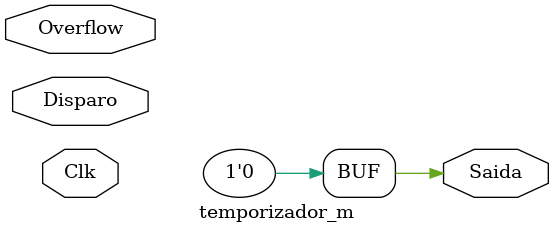
<source format=v>
module temporizador_m
(
	input Clk,
	input Disparo,
	input [27:0] Overflow,
	
	output Saida = 1'b0               //Contagem a ser feita. Está definido incialmente em 0.
);
	reg [27:0] contagem = 0;
	
	always @(posedge Clk)                //Sensível ao clock	
	
	begin
		if ((Disparo) && (contagem == 0)) begin  //Disparo não ativado. Seto minha contagem paro o overflow
		
			contagem <= Overflow;
		end	
		else if ((!Disparo) && (contagem == 0)) begin
	
			contagem <= 0;                           //Retém em 0. Disparo ativado
		end
		else contagem <= contagem - 1;         //Caso não seja uma das alternativas acima, a contagem irá apenas decrementar		
	end
	
	assign Saida = (contagem != 0) ? 1'b1 : 1'b0;
	
endmodule

</source>
